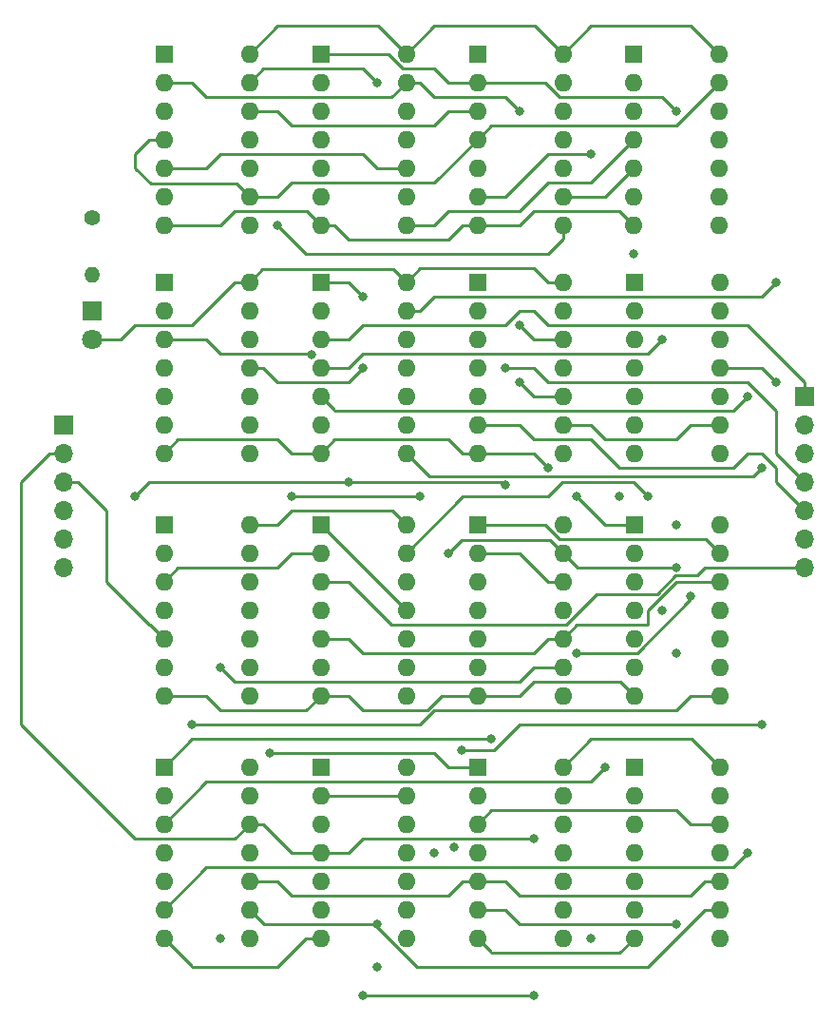
<source format=gbl>
%TF.GenerationSoftware,KiCad,Pcbnew,(6.0.9)*%
%TF.CreationDate,2025-05-26T15:32:56-04:00*%
%TF.ProjectId,Seven Segment Display,53657665-6e20-4536-9567-6d656e742044,1*%
%TF.SameCoordinates,Original*%
%TF.FileFunction,Copper,L4,Bot*%
%TF.FilePolarity,Positive*%
%FSLAX46Y46*%
G04 Gerber Fmt 4.6, Leading zero omitted, Abs format (unit mm)*
G04 Created by KiCad (PCBNEW (6.0.9)) date 2025-05-26 15:32:56*
%MOMM*%
%LPD*%
G01*
G04 APERTURE LIST*
%TA.AperFunction,ComponentPad*%
%ADD10R,1.600000X1.600000*%
%TD*%
%TA.AperFunction,ComponentPad*%
%ADD11O,1.600000X1.600000*%
%TD*%
%TA.AperFunction,ComponentPad*%
%ADD12C,1.400000*%
%TD*%
%TA.AperFunction,ComponentPad*%
%ADD13O,1.400000X1.400000*%
%TD*%
%TA.AperFunction,ComponentPad*%
%ADD14R,1.800000X1.800000*%
%TD*%
%TA.AperFunction,ComponentPad*%
%ADD15C,1.800000*%
%TD*%
%TA.AperFunction,ComponentPad*%
%ADD16R,1.700000X1.700000*%
%TD*%
%TA.AperFunction,ComponentPad*%
%ADD17O,1.700000X1.700000*%
%TD*%
%TA.AperFunction,ViaPad*%
%ADD18C,0.800000*%
%TD*%
%TA.AperFunction,Conductor*%
%ADD19C,0.250000*%
%TD*%
G04 APERTURE END LIST*
D10*
%TO.P,U19,1*%
%TO.N,Net-(U19-Pad1)*%
X76210000Y-88895000D03*
D11*
%TO.P,U19,2*%
%TO.N,Net-(U12-Pad3)*%
X76210000Y-91435000D03*
%TO.P,U19,3*%
%TO.N,G-segment*%
X76210000Y-93975000D03*
%TO.P,U19,4*%
%TO.N,B'*%
X76210000Y-96515000D03*
%TO.P,U19,5*%
%TO.N,D*%
X76210000Y-99055000D03*
%TO.P,U19,6*%
%TO.N,Net-(U11-Pad10)*%
X76210000Y-101595000D03*
%TO.P,U19,7,GND*%
%TO.N,GND*%
X76210000Y-104135000D03*
%TO.P,U19,8*%
%TO.N,Net-(U11-Pad12)*%
X83830000Y-104135000D03*
%TO.P,U19,9*%
%TO.N,B'*%
X83830000Y-101595000D03*
%TO.P,U19,10*%
%TO.N,D'*%
X83830000Y-99055000D03*
%TO.P,U19,11*%
%TO.N,Net-(U19-Pad1)*%
X83830000Y-96515000D03*
%TO.P,U19,12*%
%TO.N,Net-(U11-Pad8)*%
X83830000Y-93975000D03*
%TO.P,U19,13*%
%TO.N,Net-(U11-Pad11)*%
X83830000Y-91435000D03*
%TO.P,U19,14,VCC*%
%TO.N,+5V*%
X83830000Y-88895000D03*
%TD*%
D10*
%TO.P,U18,1*%
%TO.N,Net-(U18-Pad1)*%
X104150000Y-110485000D03*
D11*
%TO.P,U18,2*%
%TO.N,Net-(U10-Pad11)*%
X104150000Y-113025000D03*
%TO.P,U18,3*%
%TO.N,F-segment*%
X104150000Y-115565000D03*
%TO.P,U18,4*%
%TO.N,B'*%
X104150000Y-118105000D03*
%TO.P,U18,5*%
%TO.N,C*%
X104150000Y-120645000D03*
%TO.P,U18,6*%
%TO.N,Net-(U11-Pad2)*%
X104150000Y-123185000D03*
%TO.P,U18,7,GND*%
%TO.N,GND*%
X104150000Y-125725000D03*
%TO.P,U18,8*%
%TO.N,Net-(U10-Pad12)*%
X111770000Y-125725000D03*
%TO.P,U18,9*%
%TO.N,B*%
X111770000Y-123185000D03*
%TO.P,U18,10*%
%TO.N,C'*%
X111770000Y-120645000D03*
%TO.P,U18,11*%
%TO.N,Net-(U18-Pad1)*%
X111770000Y-118105000D03*
%TO.P,U18,12*%
%TO.N,Net-(U11-Pad3)*%
X111770000Y-115565000D03*
%TO.P,U18,13*%
%TO.N,Net-(U11-Pad6)*%
X111770000Y-113025000D03*
%TO.P,U18,14,VCC*%
%TO.N,+5V*%
X111770000Y-110485000D03*
%TD*%
D10*
%TO.P,U17,1*%
%TO.N,Net-(U17-Pad1)*%
X90180000Y-67305000D03*
D11*
%TO.P,U17,2*%
%TO.N,Net-(U16-Pad6)*%
X90180000Y-69845000D03*
%TO.P,U17,3*%
%TO.N,D-segment*%
X90180000Y-72385000D03*
%TO.P,U17,4*%
%TO.N,Net-(U17-Pad4)*%
X90180000Y-74925000D03*
%TO.P,U17,5*%
%TO.N,Net-(U10-Pad3)*%
X90180000Y-77465000D03*
%TO.P,U17,6*%
%TO.N,E-segment*%
X90180000Y-80005000D03*
%TO.P,U17,7,GND*%
%TO.N,GND*%
X90180000Y-82545000D03*
%TO.P,U17,8*%
%TO.N,Net-(U17-Pad8)*%
X97800000Y-82545000D03*
%TO.P,U17,9*%
%TO.N,B*%
X97800000Y-80005000D03*
%TO.P,U17,10*%
%TO.N,C*%
X97800000Y-77465000D03*
%TO.P,U17,11*%
%TO.N,Net-(U10-Pad1)*%
X97800000Y-74925000D03*
%TO.P,U17,12*%
%TO.N,C*%
X97800000Y-72385000D03*
%TO.P,U17,13*%
%TO.N,B'*%
X97800000Y-69845000D03*
%TO.P,U17,14,VCC*%
%TO.N,+5V*%
X97800000Y-67305000D03*
%TD*%
D10*
%TO.P,U16,1*%
%TO.N,Net-(U16-Pad1)*%
X104150000Y-88895000D03*
D11*
%TO.P,U16,2*%
%TO.N,Net-(U16-Pad2)*%
X104150000Y-91435000D03*
%TO.P,U16,3*%
%TO.N,Net-(U15-Pad4)*%
X104150000Y-93975000D03*
%TO.P,U16,4*%
%TO.N,Net-(U16-Pad4)*%
X104150000Y-96515000D03*
%TO.P,U16,5*%
%TO.N,Net-(U16-Pad5)*%
X104150000Y-99055000D03*
%TO.P,U16,6*%
%TO.N,Net-(U16-Pad6)*%
X104150000Y-101595000D03*
%TO.P,U16,7,GND*%
%TO.N,GND*%
X104150000Y-104135000D03*
%TO.P,U16,8*%
%TO.N,Net-(U16-Pad8)*%
X111770000Y-104135000D03*
%TO.P,U16,9*%
%TO.N,B'*%
X111770000Y-101595000D03*
%TO.P,U16,10*%
%TO.N,D'*%
X111770000Y-99055000D03*
%TO.P,U16,11*%
%TO.N,Net-(U16-Pad11)*%
X111770000Y-96515000D03*
%TO.P,U16,12*%
%TO.N,D*%
X111770000Y-93975000D03*
%TO.P,U16,13*%
%TO.N,A*%
X111770000Y-91435000D03*
%TO.P,U16,14,VCC*%
%TO.N,+5V*%
X111770000Y-88895000D03*
%TD*%
D10*
%TO.P,U15,1*%
%TO.N,C'*%
X104150000Y-67305000D03*
D11*
%TO.P,U15,2*%
%TO.N,D'*%
X104150000Y-69845000D03*
%TO.P,U15,3*%
%TO.N,Net-(U15-Pad3)*%
X104150000Y-72385000D03*
%TO.P,U15,4*%
%TO.N,Net-(U15-Pad4)*%
X104150000Y-74925000D03*
%TO.P,U15,5*%
%TO.N,Net-(U15-Pad5)*%
X104150000Y-77465000D03*
%TO.P,U15,6*%
%TO.N,C-segment*%
X104150000Y-80005000D03*
%TO.P,U15,7,GND*%
%TO.N,GND*%
X104150000Y-82545000D03*
%TO.P,U15,8*%
%TO.N,Net-(U15-Pad12)*%
X111770000Y-82545000D03*
%TO.P,U15,9*%
%TO.N,B*%
X111770000Y-80005000D03*
%TO.P,U15,10*%
%TO.N,C'*%
X111770000Y-77465000D03*
%TO.P,U15,11*%
%TO.N,Net-(U15-Pad11)*%
X111770000Y-74925000D03*
%TO.P,U15,12*%
%TO.N,Net-(U15-Pad12)*%
X111770000Y-72385000D03*
%TO.P,U15,13*%
%TO.N,D*%
X111770000Y-69845000D03*
%TO.P,U15,14,VCC*%
%TO.N,+5V*%
X111770000Y-67305000D03*
%TD*%
D10*
%TO.P,U14,1*%
%TO.N,Net-(U13-Pad11)*%
X76210000Y-67305000D03*
D11*
%TO.P,U14,2*%
%TO.N,Net-(U14-Pad2)*%
X76210000Y-69845000D03*
%TO.P,U14,3*%
%TO.N,A-segment*%
X76210000Y-72385000D03*
%TO.P,U14,4*%
%TO.N,Net-(U14-Pad4)*%
X76210000Y-74925000D03*
%TO.P,U14,5*%
%TO.N,Net-(U14-Pad5)*%
X76210000Y-77465000D03*
%TO.P,U14,6*%
%TO.N,Net-(U14-Pad12)*%
X76210000Y-80005000D03*
%TO.P,U14,7,GND*%
%TO.N,GND*%
X76210000Y-82545000D03*
%TO.P,U14,8*%
%TO.N,Net-(U14-Pad8)*%
X83830000Y-82545000D03*
%TO.P,U14,9*%
%TO.N,Net-(U14-Pad9)*%
X83830000Y-80005000D03*
%TO.P,U14,10*%
%TO.N,Net-(U14-Pad10)*%
X83830000Y-77465000D03*
%TO.P,U14,11*%
%TO.N,B-segment*%
X83830000Y-74925000D03*
%TO.P,U14,12*%
%TO.N,Net-(U14-Pad12)*%
X83830000Y-72385000D03*
%TO.P,U14,13*%
%TO.N,Net-(U14-Pad13)*%
X83830000Y-69845000D03*
%TO.P,U14,14,VCC*%
%TO.N,+5V*%
X83830000Y-67305000D03*
%TD*%
D10*
%TO.P,U13,1*%
%TO.N,Net-(U13-Pad1)*%
X62240000Y-67305000D03*
D11*
%TO.P,U13,2*%
%TO.N,D'*%
X62240000Y-69845000D03*
%TO.P,U13,3*%
%TO.N,Net-(U13-Pad3)*%
X62240000Y-72385000D03*
%TO.P,U13,4*%
%TO.N,Net-(U13-Pad4)*%
X62240000Y-74925000D03*
%TO.P,U13,5*%
%TO.N,C*%
X62240000Y-77465000D03*
%TO.P,U13,6*%
%TO.N,Net-(U13-Pad6)*%
X62240000Y-80005000D03*
%TO.P,U13,7,GND*%
%TO.N,GND*%
X62240000Y-82545000D03*
%TO.P,U13,8*%
%TO.N,Net-(U13-Pad12)*%
X69860000Y-82545000D03*
%TO.P,U13,9*%
%TO.N,Net-(U13-Pad9)*%
X69860000Y-80005000D03*
%TO.P,U13,10*%
%TO.N,Net-(U13-Pad10)*%
X69860000Y-77465000D03*
%TO.P,U13,11*%
%TO.N,Net-(U13-Pad11)*%
X69860000Y-74925000D03*
%TO.P,U13,12*%
%TO.N,Net-(U13-Pad12)*%
X69860000Y-72385000D03*
%TO.P,U13,13*%
%TO.N,Net-(U13-Pad13)*%
X69860000Y-69845000D03*
%TO.P,U13,14,VCC*%
%TO.N,+5V*%
X69860000Y-67305000D03*
%TD*%
D10*
%TO.P,U12,1*%
%TO.N,Net-(U12-Pad1)*%
X62240000Y-88895000D03*
D11*
%TO.P,U12,2*%
%TO.N,C'*%
X62240000Y-91435000D03*
%TO.P,U12,3*%
%TO.N,Net-(U12-Pad3)*%
X62240000Y-93975000D03*
%TO.P,U12,4*%
%TO.N,A'*%
X62240000Y-96515000D03*
%TO.P,U12,5*%
%TO.N,B*%
X62240000Y-99055000D03*
%TO.P,U12,6*%
%TO.N,Net-(U12-Pad1)*%
X62240000Y-101595000D03*
%TO.P,U12,7,GND*%
%TO.N,GND*%
X62240000Y-104135000D03*
%TO.P,U12,8*%
%TO.N,unconnected-(U12-Pad8)*%
X69860000Y-104135000D03*
%TO.P,U12,9*%
%TO.N,unconnected-(U12-Pad9)*%
X69860000Y-101595000D03*
%TO.P,U12,10*%
%TO.N,unconnected-(U12-Pad10)*%
X69860000Y-99055000D03*
%TO.P,U12,11*%
%TO.N,unconnected-(U12-Pad11)*%
X69860000Y-96515000D03*
%TO.P,U12,12*%
%TO.N,unconnected-(U12-Pad12)*%
X69860000Y-93975000D03*
%TO.P,U12,13*%
%TO.N,unconnected-(U12-Pad13)*%
X69860000Y-91435000D03*
%TO.P,U12,14,VCC*%
%TO.N,+5V*%
X69860000Y-88895000D03*
%TD*%
D10*
%TO.P,U11,1*%
%TO.N,Net-(U10-Pad6)*%
X90180000Y-110485000D03*
D11*
%TO.P,U11,2*%
%TO.N,Net-(U11-Pad2)*%
X90180000Y-113025000D03*
%TO.P,U11,3*%
%TO.N,Net-(U11-Pad3)*%
X90180000Y-115565000D03*
%TO.P,U11,4*%
%TO.N,Net-(U10-Pad8)*%
X90180000Y-118105000D03*
%TO.P,U11,5*%
%TO.N,C'*%
X90180000Y-120645000D03*
%TO.P,U11,6*%
%TO.N,Net-(U11-Pad6)*%
X90180000Y-123185000D03*
%TO.P,U11,7,GND*%
%TO.N,GND*%
X90180000Y-125725000D03*
%TO.P,U11,8*%
%TO.N,Net-(U11-Pad8)*%
X97800000Y-125725000D03*
%TO.P,U11,9*%
%TO.N,A*%
X97800000Y-123185000D03*
%TO.P,U11,10*%
%TO.N,Net-(U11-Pad10)*%
X97800000Y-120645000D03*
%TO.P,U11,11*%
%TO.N,Net-(U11-Pad11)*%
X97800000Y-118105000D03*
%TO.P,U11,12*%
%TO.N,Net-(U11-Pad12)*%
X97800000Y-115565000D03*
%TO.P,U11,13*%
%TO.N,C*%
X97800000Y-113025000D03*
%TO.P,U11,14,VCC*%
%TO.N,+5V*%
X97800000Y-110485000D03*
%TD*%
D10*
%TO.P,U10,1*%
%TO.N,Net-(U10-Pad1)*%
X76210000Y-110485000D03*
D11*
%TO.P,U10,2*%
%TO.N,D'*%
X76210000Y-113025000D03*
%TO.P,U10,3*%
%TO.N,Net-(U10-Pad3)*%
X76210000Y-115565000D03*
%TO.P,U10,4*%
%TO.N,A*%
X76210000Y-118105000D03*
%TO.P,U10,5*%
%TO.N,D*%
X76210000Y-120645000D03*
%TO.P,U10,6*%
%TO.N,Net-(U10-Pad6)*%
X76210000Y-123185000D03*
%TO.P,U10,7,GND*%
%TO.N,GND*%
X76210000Y-125725000D03*
%TO.P,U10,8*%
%TO.N,Net-(U10-Pad8)*%
X83830000Y-125725000D03*
%TO.P,U10,9*%
%TO.N,A'*%
X83830000Y-123185000D03*
%TO.P,U10,10*%
%TO.N,B*%
X83830000Y-120645000D03*
%TO.P,U10,11*%
%TO.N,Net-(U10-Pad11)*%
X83830000Y-118105000D03*
%TO.P,U10,12*%
%TO.N,Net-(U10-Pad12)*%
X83830000Y-115565000D03*
%TO.P,U10,13*%
%TO.N,D'*%
X83830000Y-113025000D03*
%TO.P,U10,14,VCC*%
%TO.N,+5V*%
X83830000Y-110485000D03*
%TD*%
D10*
%TO.P,U9,1*%
%TO.N,C*%
X62240000Y-110485000D03*
D11*
%TO.P,U9,2*%
%TO.N,Net-(U16-Pad8)*%
X62240000Y-113025000D03*
%TO.P,U9,3*%
%TO.N,Net-(U16-Pad5)*%
X62240000Y-115565000D03*
%TO.P,U9,4*%
%TO.N,Net-(U9-Pad4)*%
X62240000Y-118105000D03*
%TO.P,U9,5*%
%TO.N,Net-(U16-Pad11)*%
X62240000Y-120645000D03*
%TO.P,U9,6*%
%TO.N,Net-(U16-Pad4)*%
X62240000Y-123185000D03*
%TO.P,U9,7,GND*%
%TO.N,GND*%
X62240000Y-125725000D03*
%TO.P,U9,8*%
%TO.N,Net-(U9-Pad4)*%
X69860000Y-125725000D03*
%TO.P,U9,9*%
%TO.N,B*%
X69860000Y-123185000D03*
%TO.P,U9,10*%
%TO.N,C'*%
X69860000Y-120645000D03*
%TO.P,U9,11*%
%TO.N,Net-(U17-Pad4)*%
X69860000Y-118105000D03*
%TO.P,U9,12*%
%TO.N,A*%
X69860000Y-115565000D03*
%TO.P,U9,13*%
%TO.N,Net-(U17-Pad8)*%
X69860000Y-113025000D03*
%TO.P,U9,14,VCC*%
%TO.N,+5V*%
X69860000Y-110485000D03*
%TD*%
D10*
%TO.P,U8,1*%
%TO.N,A*%
X90180000Y-88895000D03*
D11*
%TO.P,U8,2*%
%TO.N,B'*%
X90180000Y-91435000D03*
%TO.P,U8,3*%
%TO.N,Net-(U16-Pad1)*%
X90180000Y-93975000D03*
%TO.P,U8,4*%
%TO.N,A'*%
X90180000Y-96515000D03*
%TO.P,U8,5*%
%TO.N,Net-(U15-Pad11)*%
X90180000Y-99055000D03*
%TO.P,U8,6*%
%TO.N,Net-(U16-Pad2)*%
X90180000Y-101595000D03*
%TO.P,U8,7,GND*%
%TO.N,GND*%
X90180000Y-104135000D03*
%TO.P,U8,8*%
%TO.N,Net-(U15-Pad5)*%
X97800000Y-104135000D03*
%TO.P,U8,9*%
%TO.N,C'*%
X97800000Y-101595000D03*
%TO.P,U8,10*%
%TO.N,D*%
X97800000Y-99055000D03*
%TO.P,U8,11*%
%TO.N,Net-(U17-Pad1)*%
X97800000Y-96515000D03*
%TO.P,U8,12*%
%TO.N,B'*%
X97800000Y-93975000D03*
%TO.P,U8,13*%
%TO.N,D'*%
X97800000Y-91435000D03*
%TO.P,U8,14,VCC*%
%TO.N,+5V*%
X97800000Y-88895000D03*
%TD*%
D10*
%TO.P,U7,1*%
%TO.N,C'*%
X104140000Y-46985000D03*
D11*
%TO.P,U7,2*%
%TO.N,D'*%
X104140000Y-49525000D03*
%TO.P,U7,3*%
%TO.N,Net-(U14-Pad10)*%
X104140000Y-52065000D03*
%TO.P,U7,4*%
%TO.N,Net-(U6-Pad8)*%
X104140000Y-54605000D03*
%TO.P,U7,5*%
%TO.N,D*%
X104140000Y-57145000D03*
%TO.P,U7,6*%
%TO.N,Net-(U14-Pad4)*%
X104140000Y-59685000D03*
%TO.P,U7,7,GND*%
%TO.N,GND*%
X104140000Y-62225000D03*
%TO.P,U7,8*%
%TO.N,Net-(U14-Pad5)*%
X111760000Y-62225000D03*
%TO.P,U7,9*%
%TO.N,A'*%
X111760000Y-59685000D03*
%TO.P,U7,10*%
%TO.N,Net-(U14-Pad8)*%
X111760000Y-57145000D03*
%TO.P,U7,11*%
%TO.N,Net-(U14-Pad13)*%
X111760000Y-54605000D03*
%TO.P,U7,12*%
%TO.N,Net-(U15-Pad3)*%
X111760000Y-52065000D03*
%TO.P,U7,13*%
%TO.N,B'*%
X111760000Y-49525000D03*
%TO.P,U7,14,VCC*%
%TO.N,+5V*%
X111760000Y-46985000D03*
%TD*%
D10*
%TO.P,U6,1*%
%TO.N,A'*%
X76210000Y-46985000D03*
D11*
%TO.P,U6,2*%
%TO.N,Net-(U13-Pad6)*%
X76210000Y-49525000D03*
%TO.P,U6,3*%
%TO.N,Net-(U13-Pad9)*%
X76210000Y-52065000D03*
%TO.P,U6,4*%
%TO.N,A*%
X76210000Y-54605000D03*
%TO.P,U6,5*%
%TO.N,Net-(U13-Pad3)*%
X76210000Y-57145000D03*
%TO.P,U6,6*%
%TO.N,Net-(U13-Pad10)*%
X76210000Y-59685000D03*
%TO.P,U6,7,GND*%
%TO.N,GND*%
X76210000Y-62225000D03*
%TO.P,U6,8*%
%TO.N,Net-(U6-Pad8)*%
X83830000Y-62225000D03*
%TO.P,U6,9*%
%TO.N,A*%
X83830000Y-59685000D03*
%TO.P,U6,10*%
%TO.N,C'*%
X83830000Y-57145000D03*
%TO.P,U6,11*%
%TO.N,Net-(U14-Pad9)*%
X83830000Y-54605000D03*
%TO.P,U6,12*%
%TO.N,C*%
X83830000Y-52065000D03*
%TO.P,U6,13*%
%TO.N,D*%
X83830000Y-49525000D03*
%TO.P,U6,14,VCC*%
%TO.N,+5V*%
X83830000Y-46985000D03*
%TD*%
D10*
%TO.P,U1,1*%
%TO.N,A*%
X90180000Y-46985000D03*
D11*
%TO.P,U1,2*%
%TO.N,A'*%
X90180000Y-49525000D03*
%TO.P,U1,3*%
%TO.N,B*%
X90180000Y-52065000D03*
%TO.P,U1,4*%
%TO.N,B'*%
X90180000Y-54605000D03*
%TO.P,U1,5*%
%TO.N,C*%
X90180000Y-57145000D03*
%TO.P,U1,6*%
%TO.N,C'*%
X90180000Y-59685000D03*
%TO.P,U1,7,GND*%
%TO.N,GND*%
X90180000Y-62225000D03*
%TO.P,U1,8*%
%TO.N,D'*%
X97800000Y-62225000D03*
%TO.P,U1,9*%
%TO.N,D*%
X97800000Y-59685000D03*
%TO.P,U1,10*%
%TO.N,N/C*%
X97800000Y-57145000D03*
%TO.P,U1,11*%
X97800000Y-54605000D03*
%TO.P,U1,12*%
X97800000Y-52065000D03*
%TO.P,U1,13*%
X97800000Y-49525000D03*
%TO.P,U1,14,VCC*%
%TO.N,+5V*%
X97800000Y-46985000D03*
%TD*%
D10*
%TO.P,U5,1*%
%TO.N,B*%
X62240000Y-46985000D03*
D11*
%TO.P,U5,2*%
%TO.N,D*%
X62240000Y-49525000D03*
%TO.P,U5,3*%
%TO.N,Net-(U13-Pad4)*%
X62240000Y-52065000D03*
%TO.P,U5,4*%
%TO.N,B'*%
X62240000Y-54605000D03*
%TO.P,U5,5*%
%TO.N,C'*%
X62240000Y-57145000D03*
%TO.P,U5,6*%
%TO.N,Net-(U13-Pad1)*%
X62240000Y-59685000D03*
%TO.P,U5,7,GND*%
%TO.N,GND*%
X62240000Y-62225000D03*
%TO.P,U5,8*%
%TO.N,Net-(U13-Pad13)*%
X69860000Y-62225000D03*
%TO.P,U5,9*%
%TO.N,B'*%
X69860000Y-59685000D03*
%TO.P,U5,10*%
%TO.N,D'*%
X69860000Y-57145000D03*
%TO.P,U5,11*%
%TO.N,Net-(U14-Pad2)*%
X69860000Y-54605000D03*
%TO.P,U5,12*%
%TO.N,B*%
X69860000Y-52065000D03*
%TO.P,U5,13*%
%TO.N,C*%
X69860000Y-49525000D03*
%TO.P,U5,14,VCC*%
%TO.N,+5V*%
X69860000Y-46985000D03*
%TD*%
D12*
%TO.P,R1,1*%
%TO.N,GND*%
X55810000Y-61620000D03*
D13*
%TO.P,R1,2*%
%TO.N,Net-(D1-Pad1)*%
X55810000Y-66700000D03*
%TD*%
D14*
%TO.P,D1,1,K*%
%TO.N,Net-(D1-Pad1)*%
X55880000Y-69850000D03*
D15*
%TO.P,D1,2,A*%
%TO.N,+5V*%
X55880000Y-72390000D03*
%TD*%
D16*
%TO.P,J1,1,Pin_1*%
%TO.N,+5V*%
X53340000Y-80010000D03*
D17*
%TO.P,J1,2,Pin_2*%
%TO.N,A*%
X53340000Y-82550000D03*
%TO.P,J1,3,Pin_3*%
%TO.N,B*%
X53340000Y-85090000D03*
%TO.P,J1,4,Pin_4*%
%TO.N,C*%
X53340000Y-87630000D03*
%TO.P,J1,5,Pin_5*%
%TO.N,D*%
X53340000Y-90170000D03*
%TO.P,J1,6,Pin_6*%
%TO.N,GND*%
X53340000Y-92710000D03*
%TD*%
%TO.P,J2,7,Pin_7*%
%TO.N,G-segment*%
X119380000Y-92705000D03*
%TO.P,J2,6,Pin_6*%
%TO.N,F-segment*%
X119380000Y-90165000D03*
%TO.P,J2,5,Pin_5*%
%TO.N,E-segment*%
X119380000Y-87625000D03*
%TO.P,J2,4,Pin_4*%
%TO.N,D-segment*%
X119380000Y-85085000D03*
%TO.P,J2,3,Pin_3*%
%TO.N,C-segment*%
X119380000Y-82545000D03*
%TO.P,J2,2,Pin_2*%
%TO.N,B-segment*%
X119380000Y-80005000D03*
D16*
%TO.P,J2,1,Pin_1*%
%TO.N,A-segment*%
X119380000Y-77465000D03*
%TD*%
D18*
%TO.N,Net-(U15-Pad4)*%
X107950000Y-100330000D03*
X107950000Y-88900000D03*
%TO.N,+5V*%
X102870000Y-86360000D03*
X100330000Y-125730000D03*
%TO.N,A'*%
X88080000Y-117660000D03*
%TO.N,+5V*%
X67310000Y-125730000D03*
%TO.N,GND*%
X96520000Y-83820000D03*
%TO.N,D-segment*%
X92710000Y-74930000D03*
%TO.N,B-segment*%
X104140000Y-64770000D03*
%TO.N,Net-(U10-Pad6)*%
X71665500Y-109220000D03*
%TO.N,Net-(U16-Pad5)*%
X101600000Y-110490000D03*
%TO.N,Net-(U16-Pad4)*%
X114300000Y-118110000D03*
%TO.N,Net-(U11-Pad11)*%
X105410000Y-86360000D03*
%TO.N,Net-(U11-Pad8)*%
X81280000Y-128270000D03*
%TO.N,Net-(U11-Pad10)*%
X80010000Y-130810000D03*
X95250000Y-130810000D03*
%TO.N,Net-(U11-Pad12)*%
X86360000Y-118110000D03*
%TO.N,Net-(U16-Pad1)*%
X99060000Y-86360000D03*
%TO.N,Net-(U16-Pad2)*%
X109220000Y-95250000D03*
X99060000Y-100330000D03*
%TO.N,Net-(U11-Pad6)*%
X107950000Y-124460000D03*
%TO.N,Net-(U16-Pad8)*%
X64770000Y-106680000D03*
%TO.N,Net-(U15-Pad11)*%
X116840000Y-76200000D03*
X115570000Y-106680000D03*
X88804500Y-108957343D03*
%TO.N,Net-(U15-Pad5)*%
X106680000Y-96520000D03*
%TO.N,Net-(U17-Pad4)*%
X85090000Y-86360000D03*
X73660000Y-86360000D03*
%TO.N,Net-(U13-Pad11)*%
X80010000Y-68580000D03*
X80010000Y-74930000D03*
%TO.N,A*%
X95250000Y-116840000D03*
%TO.N,B*%
X81280000Y-124460000D03*
%TO.N,C*%
X81280000Y-49530000D03*
X93980000Y-71120000D03*
X93980000Y-76200000D03*
X91440000Y-107950000D03*
%TO.N,D*%
X93980000Y-52070000D03*
%TO.N,A'*%
X59690000Y-86360000D03*
X107950000Y-52070000D03*
X78740000Y-85090000D03*
X92710000Y-85364500D03*
%TO.N,C'*%
X100330000Y-55880000D03*
X67310000Y-101600000D03*
%TO.N,D'*%
X72390000Y-62230000D03*
X107950000Y-92710000D03*
X87630000Y-91440000D03*
%TO.N,Net-(U13-Pad3)*%
X75386995Y-73793067D03*
%TO.N,Net-(U14-Pad4)*%
X106680000Y-72390000D03*
%TO.N,Net-(U14-Pad5)*%
X114300000Y-77470000D03*
%TO.N,Net-(U14-Pad8)*%
X115570000Y-83820000D03*
%TO.N,Net-(U14-Pad13)*%
X116840000Y-67310000D03*
%TD*%
D19*
%TO.N,A*%
X68585000Y-116840000D02*
X69860000Y-115565000D01*
X59690000Y-116840000D02*
X68585000Y-116840000D01*
X49530000Y-85090000D02*
X49530000Y-106680000D01*
X52070000Y-82550000D02*
X49530000Y-85090000D01*
X49530000Y-106680000D02*
X59690000Y-116840000D01*
X53340000Y-82550000D02*
X52070000Y-82550000D01*
%TO.N,B*%
X57150000Y-87630000D02*
X54610000Y-85090000D01*
X60960000Y-97790000D02*
X57150000Y-93980000D01*
X57150000Y-93980000D02*
X57150000Y-87630000D01*
X60975000Y-97790000D02*
X60960000Y-97790000D01*
X62240000Y-99055000D02*
X60975000Y-97790000D01*
X54610000Y-85090000D02*
X53340000Y-85090000D01*
%TO.N,G-segment*%
X110495000Y-92705000D02*
X119380000Y-92705000D01*
X107858604Y-93435000D02*
X109765000Y-93435000D01*
X98115991Y-97790000D02*
X100805991Y-95100000D01*
X106193604Y-95100000D02*
X107858604Y-93435000D01*
X82550000Y-97790000D02*
X98115991Y-97790000D01*
X78735000Y-93975000D02*
X82550000Y-97790000D01*
X100805991Y-95100000D02*
X106193604Y-95100000D01*
X76210000Y-93975000D02*
X78735000Y-93975000D01*
X109765000Y-93435000D02*
X110495000Y-92705000D01*
%TO.N,D-segment*%
X95250000Y-74930000D02*
X92710000Y-74930000D01*
X114305000Y-76200000D02*
X96520000Y-76200000D01*
X96520000Y-76200000D02*
X95250000Y-74930000D01*
X116840000Y-82545000D02*
X116840000Y-78735000D01*
X119380000Y-85085000D02*
X116840000Y-82545000D01*
X116840000Y-78735000D02*
X114305000Y-76200000D01*
%TO.N,E-segment*%
X115570000Y-82550000D02*
X114300000Y-82550000D01*
X116840000Y-83820000D02*
X115570000Y-82550000D01*
X116840000Y-85085000D02*
X116840000Y-83820000D01*
X116840000Y-85085000D02*
X119380000Y-87625000D01*
X113030000Y-83820000D02*
X114300000Y-82550000D01*
X95250000Y-81280000D02*
X100330000Y-81280000D01*
X100330000Y-81280000D02*
X102870000Y-83820000D01*
X102870000Y-83820000D02*
X113030000Y-83820000D01*
X93975000Y-80005000D02*
X95250000Y-81280000D01*
X90180000Y-80005000D02*
X93975000Y-80005000D01*
%TO.N,A-segment*%
X119380000Y-76200000D02*
X119380000Y-77465000D01*
X95250000Y-69850000D02*
X96520000Y-71120000D01*
X114300000Y-71120000D02*
X119380000Y-76200000D01*
X78745000Y-72385000D02*
X80010000Y-71120000D01*
X80010000Y-71120000D02*
X92710000Y-71120000D01*
X76210000Y-72385000D02*
X78745000Y-72385000D01*
X92710000Y-71120000D02*
X93980000Y-69850000D01*
X93980000Y-69850000D02*
X95250000Y-69850000D01*
X96520000Y-71120000D02*
X114300000Y-71120000D01*
%TO.N,+5V*%
X64770000Y-71120000D02*
X68585000Y-67305000D01*
X59690000Y-71120000D02*
X64770000Y-71120000D01*
X58420000Y-72390000D02*
X59690000Y-71120000D01*
X68585000Y-67305000D02*
X69860000Y-67305000D01*
X55880000Y-72390000D02*
X58420000Y-72390000D01*
X109235000Y-107950000D02*
X111770000Y-110485000D01*
X100330000Y-107955000D02*
X100330000Y-107950000D01*
X97800000Y-110485000D02*
X100330000Y-107955000D01*
X100330000Y-107950000D02*
X109235000Y-107950000D01*
X82565000Y-87630000D02*
X83830000Y-88895000D01*
X73660000Y-87630000D02*
X82565000Y-87630000D01*
X72395000Y-88895000D02*
X73660000Y-87630000D01*
X69860000Y-88895000D02*
X72395000Y-88895000D01*
X70985000Y-66180000D02*
X69860000Y-67305000D01*
X82705000Y-66180000D02*
X70985000Y-66180000D01*
X83830000Y-67305000D02*
X82705000Y-66180000D01*
X85095000Y-66040000D02*
X83830000Y-67305000D01*
X95250000Y-66040000D02*
X85095000Y-66040000D01*
X96515000Y-67305000D02*
X95250000Y-66040000D01*
X97800000Y-67305000D02*
X96515000Y-67305000D01*
X100330000Y-44450000D02*
X109225000Y-44450000D01*
X100330000Y-44455000D02*
X100330000Y-44450000D01*
X97800000Y-46985000D02*
X100330000Y-44455000D01*
X109225000Y-44450000D02*
X111760000Y-46985000D01*
X95265000Y-44450000D02*
X97800000Y-46985000D01*
X86360000Y-44450000D02*
X95265000Y-44450000D01*
X86360000Y-44455000D02*
X86360000Y-44450000D01*
X83830000Y-46985000D02*
X86360000Y-44455000D01*
X81295000Y-44450000D02*
X83830000Y-46985000D01*
X72390000Y-44455000D02*
X72390000Y-44450000D01*
X72390000Y-44450000D02*
X81295000Y-44450000D01*
X69860000Y-46985000D02*
X72390000Y-44455000D01*
%TO.N,GND*%
X64770000Y-128255000D02*
X62240000Y-125725000D01*
X72390000Y-128270000D02*
X64770000Y-128270000D01*
X74935000Y-125725000D02*
X72390000Y-128270000D01*
X76210000Y-125725000D02*
X74935000Y-125725000D01*
X64770000Y-128270000D02*
X64770000Y-128255000D01*
X91440000Y-126985000D02*
X90180000Y-125725000D01*
X91440000Y-127000000D02*
X91440000Y-126985000D01*
X102875000Y-127000000D02*
X91440000Y-127000000D01*
X104150000Y-125725000D02*
X102875000Y-127000000D01*
X102885000Y-102870000D02*
X104150000Y-104135000D01*
X95250000Y-102870000D02*
X102885000Y-102870000D01*
X93985000Y-104135000D02*
X95250000Y-102870000D01*
X90180000Y-104135000D02*
X93985000Y-104135000D01*
X85723604Y-105410000D02*
X86998604Y-104135000D01*
X80010000Y-105410000D02*
X85723604Y-105410000D01*
X78735000Y-104135000D02*
X80010000Y-105410000D01*
X76210000Y-104135000D02*
X78735000Y-104135000D01*
X86998604Y-104135000D02*
X90180000Y-104135000D01*
X74935000Y-105410000D02*
X76210000Y-104135000D01*
X67310000Y-105410000D02*
X74935000Y-105410000D01*
X66035000Y-104135000D02*
X67310000Y-105410000D01*
X62240000Y-104135000D02*
X66035000Y-104135000D01*
X63505000Y-81280000D02*
X62240000Y-82545000D01*
X72390000Y-81280000D02*
X63505000Y-81280000D01*
X73655000Y-82545000D02*
X72390000Y-81280000D01*
X76210000Y-82545000D02*
X73655000Y-82545000D01*
X77475000Y-81280000D02*
X76210000Y-82545000D01*
X87630000Y-81280000D02*
X77475000Y-81280000D01*
X88895000Y-82545000D02*
X87630000Y-81280000D01*
X90180000Y-82545000D02*
X88895000Y-82545000D01*
X95245000Y-82545000D02*
X90180000Y-82545000D01*
X96520000Y-83820000D02*
X95245000Y-82545000D01*
X102875000Y-60960000D02*
X104140000Y-62225000D01*
X93980000Y-62230000D02*
X95250000Y-60960000D01*
X93975000Y-62225000D02*
X93980000Y-62230000D01*
X90180000Y-62225000D02*
X93975000Y-62225000D01*
X95250000Y-60960000D02*
X102875000Y-60960000D01*
X88905000Y-62225000D02*
X90180000Y-62225000D01*
X87630000Y-63500000D02*
X88905000Y-62225000D01*
X78740000Y-63500000D02*
X87630000Y-63500000D01*
X77465000Y-62225000D02*
X78740000Y-63500000D01*
X76210000Y-62225000D02*
X77465000Y-62225000D01*
X74945000Y-60960000D02*
X76210000Y-62225000D01*
X68580000Y-60960000D02*
X74945000Y-60960000D01*
X67315000Y-62225000D02*
X68580000Y-60960000D01*
X62240000Y-62225000D02*
X67315000Y-62225000D01*
%TO.N,D*%
X99065000Y-97790000D02*
X97800000Y-99055000D01*
X105410000Y-97790000D02*
X99065000Y-97790000D01*
X107955000Y-93975000D02*
X105410000Y-96520000D01*
X105410000Y-96520000D02*
X105410000Y-97790000D01*
X111770000Y-93975000D02*
X107955000Y-93975000D01*
%TO.N,Net-(U13-Pad3)*%
X66035000Y-72385000D02*
X62240000Y-72385000D01*
X67310000Y-73660000D02*
X66035000Y-72385000D01*
X75386995Y-73793067D02*
X75253928Y-73660000D01*
X75253928Y-73660000D02*
X67310000Y-73660000D01*
%TO.N,Net-(U10-Pad6)*%
X87625000Y-110485000D02*
X90180000Y-110485000D01*
X86360000Y-109220000D02*
X87625000Y-110485000D01*
X71665500Y-109220000D02*
X86360000Y-109220000D01*
%TO.N,Net-(U12-Pad3)*%
X72390000Y-92710000D02*
X63505000Y-92710000D01*
X63505000Y-92710000D02*
X62240000Y-93975000D01*
X73665000Y-91435000D02*
X72390000Y-92710000D01*
X76210000Y-91435000D02*
X73665000Y-91435000D01*
%TO.N,Net-(U16-Pad5)*%
X100330000Y-111760000D02*
X66045000Y-111760000D01*
X66045000Y-111760000D02*
X62240000Y-115565000D01*
X101600000Y-110490000D02*
X100330000Y-111760000D01*
%TO.N,Net-(U16-Pad4)*%
X66045000Y-119380000D02*
X62240000Y-123185000D01*
X113030000Y-119380000D02*
X66045000Y-119380000D01*
X114300000Y-118110000D02*
X113030000Y-119380000D01*
%TO.N,Net-(U11-Pad11)*%
X88900000Y-86360000D02*
X88900000Y-86365000D01*
X88900000Y-86365000D02*
X83830000Y-91435000D01*
X97790000Y-85090000D02*
X96520000Y-86360000D01*
X96520000Y-86360000D02*
X88900000Y-86360000D01*
X104140000Y-85090000D02*
X97790000Y-85090000D01*
X105410000Y-86360000D02*
X104140000Y-85090000D01*
%TO.N,A'*%
X92435500Y-85090000D02*
X78740000Y-85090000D01*
X92710000Y-85364500D02*
X92435500Y-85090000D01*
%TO.N,Net-(U11-Pad10)*%
X95250000Y-130810000D02*
X80010000Y-130810000D01*
%TO.N,Net-(U19-Pad1)*%
X83830000Y-96515000D02*
X76210000Y-88895000D01*
%TO.N,Net-(U16-Pad1)*%
X99060000Y-86360000D02*
X101595000Y-88895000D01*
X101595000Y-88895000D02*
X104150000Y-88895000D01*
%TO.N,Net-(U16-Pad2)*%
X109220000Y-95575991D02*
X109220000Y-95250000D01*
X104465991Y-100330000D02*
X109220000Y-95575991D01*
X99060000Y-100330000D02*
X104465991Y-100330000D01*
%TO.N,Net-(U11-Pad3)*%
X91445000Y-114300000D02*
X90180000Y-115565000D01*
X107950000Y-114300000D02*
X91445000Y-114300000D01*
X109215000Y-115565000D02*
X107950000Y-114300000D01*
X111770000Y-115565000D02*
X109215000Y-115565000D01*
%TO.N,Net-(U11-Pad6)*%
X92705000Y-123185000D02*
X93980000Y-124460000D01*
X93980000Y-124460000D02*
X107950000Y-124460000D01*
X90180000Y-123185000D02*
X92705000Y-123185000D01*
%TO.N,B*%
X84784009Y-128270000D02*
X81280000Y-124765991D01*
X110495000Y-123185000D02*
X105410000Y-128270000D01*
X105410000Y-128270000D02*
X84784009Y-128270000D01*
X81280000Y-124765991D02*
X81280000Y-124460000D01*
X111770000Y-123185000D02*
X110495000Y-123185000D01*
%TO.N,Net-(U16-Pad8)*%
X109225000Y-104135000D02*
X111770000Y-104135000D01*
X86360000Y-105410000D02*
X107950000Y-105410000D01*
X85090000Y-106680000D02*
X86360000Y-105410000D01*
X64770000Y-106680000D02*
X85090000Y-106680000D01*
X107950000Y-105410000D02*
X109225000Y-104135000D01*
%TO.N,Net-(U15-Pad11)*%
X91702657Y-108957343D02*
X93980000Y-106680000D01*
X93980000Y-106680000D02*
X115570000Y-106680000D01*
X88804500Y-108957343D02*
X91702657Y-108957343D01*
%TO.N,C*%
X64775000Y-107950000D02*
X62240000Y-110485000D01*
X91440000Y-107950000D02*
X64775000Y-107950000D01*
%TO.N,Net-(U15-Pad11)*%
X115565000Y-74925000D02*
X111770000Y-74925000D01*
X116840000Y-76200000D02*
X115565000Y-74925000D01*
%TO.N,Net-(U17-Pad4)*%
X73660000Y-86360000D02*
X85090000Y-86360000D01*
%TO.N,Net-(U13-Pad11)*%
X78735000Y-67305000D02*
X76210000Y-67305000D01*
X80010000Y-68580000D02*
X78735000Y-67305000D01*
X72390000Y-76200000D02*
X78740000Y-76200000D01*
X71115000Y-74925000D02*
X72390000Y-76200000D01*
X78740000Y-76200000D02*
X80010000Y-74930000D01*
X69860000Y-74925000D02*
X71115000Y-74925000D01*
%TO.N,A*%
X69860000Y-115565000D02*
X71115000Y-115565000D01*
X76210000Y-118105000D02*
X78745000Y-118105000D01*
X110505000Y-90170000D02*
X111770000Y-91435000D01*
X90180000Y-88895000D02*
X96209009Y-88895000D01*
X71115000Y-115565000D02*
X73660000Y-118110000D01*
X97484009Y-90170000D02*
X110505000Y-90170000D01*
X73660000Y-118110000D02*
X73665000Y-118105000D01*
X96209009Y-88895000D02*
X97484009Y-90170000D01*
X73665000Y-118105000D02*
X76210000Y-118105000D01*
X80010000Y-116840000D02*
X95250000Y-116840000D01*
X78745000Y-118105000D02*
X80010000Y-116840000D01*
%TO.N,B*%
X86360000Y-53340000D02*
X87635000Y-52065000D01*
X72385000Y-52065000D02*
X73660000Y-53340000D01*
X109225000Y-80005000D02*
X111770000Y-80005000D01*
X81280000Y-124460000D02*
X71135000Y-124460000D01*
X100325000Y-80005000D02*
X101600000Y-81280000D01*
X97800000Y-80005000D02*
X100325000Y-80005000D01*
X73660000Y-53340000D02*
X86360000Y-53340000D01*
X69860000Y-52065000D02*
X72385000Y-52065000D01*
X107950000Y-81280000D02*
X109225000Y-80005000D01*
X101600000Y-81280000D02*
X107950000Y-81280000D01*
X87635000Y-52065000D02*
X90180000Y-52065000D01*
X71135000Y-124460000D02*
X69860000Y-123185000D01*
%TO.N,C*%
X95245000Y-72385000D02*
X97800000Y-72385000D01*
X69860000Y-49525000D02*
X71125000Y-48260000D01*
X71125000Y-48260000D02*
X80010000Y-48260000D01*
X95245000Y-77465000D02*
X97800000Y-77465000D01*
X93980000Y-76200000D02*
X95245000Y-77465000D01*
X93980000Y-71120000D02*
X95245000Y-72385000D01*
X80010000Y-48260000D02*
X81280000Y-49530000D01*
%TO.N,D*%
X62240000Y-49525000D02*
X64765000Y-49525000D01*
X97800000Y-59685000D02*
X101600000Y-59685000D01*
X86360000Y-50800000D02*
X92710000Y-50800000D01*
X96525000Y-99055000D02*
X95250000Y-100330000D01*
X80010000Y-100330000D02*
X78735000Y-99055000D01*
X83830000Y-49525000D02*
X85085000Y-49525000D01*
X92710000Y-50800000D02*
X93980000Y-52070000D01*
X95250000Y-100330000D02*
X80010000Y-100330000D01*
X85085000Y-49525000D02*
X86360000Y-50800000D01*
X101600000Y-59685000D02*
X104140000Y-57145000D01*
X64765000Y-49525000D02*
X66040000Y-50800000D01*
X82555000Y-50800000D02*
X83830000Y-49525000D01*
X66040000Y-50800000D02*
X82555000Y-50800000D01*
X78735000Y-99055000D02*
X76210000Y-99055000D01*
X97800000Y-99055000D02*
X96525000Y-99055000D01*
%TO.N,A'*%
X82239009Y-46985000D02*
X83514009Y-48260000D01*
X76210000Y-46985000D02*
X82239009Y-46985000D01*
X90180000Y-49525000D02*
X96209009Y-49525000D01*
X106680000Y-50800000D02*
X107950000Y-52070000D01*
X60960000Y-85090000D02*
X59690000Y-86360000D01*
X97484009Y-50800000D02*
X106680000Y-50800000D01*
X78740000Y-85090000D02*
X60960000Y-85090000D01*
X83514009Y-48260000D02*
X86360000Y-48260000D01*
X86360000Y-48260000D02*
X87625000Y-49525000D01*
X87625000Y-49525000D02*
X90180000Y-49525000D01*
X96209009Y-49525000D02*
X97484009Y-50800000D01*
%TO.N,B'*%
X72395000Y-59685000D02*
X73660000Y-58420000D01*
X68735000Y-58560000D02*
X69860000Y-59685000D01*
X107950000Y-53340000D02*
X107950000Y-53335000D01*
X107950000Y-53335000D02*
X111760000Y-49525000D01*
X93975000Y-91435000D02*
X90180000Y-91435000D01*
X86365000Y-58420000D02*
X90180000Y-54605000D01*
X91445000Y-53340000D02*
X107950000Y-53340000D01*
X90180000Y-54605000D02*
X91445000Y-53340000D01*
X69860000Y-59685000D02*
X72395000Y-59685000D01*
X62240000Y-54605000D02*
X60965000Y-54605000D01*
X59690000Y-55880000D02*
X59690000Y-57150000D01*
X73660000Y-58420000D02*
X86365000Y-58420000D01*
X59690000Y-57150000D02*
X61100000Y-58560000D01*
X96515000Y-93975000D02*
X93975000Y-91435000D01*
X60965000Y-54605000D02*
X59690000Y-55880000D01*
X97800000Y-93975000D02*
X96515000Y-93975000D01*
X61100000Y-58560000D02*
X68735000Y-58560000D01*
%TO.N,C'*%
X93980000Y-102870000D02*
X95255000Y-101595000D01*
X88905000Y-120645000D02*
X90180000Y-120645000D01*
X95255000Y-101595000D02*
X97800000Y-101595000D01*
X87630000Y-121920000D02*
X88905000Y-120645000D01*
X90180000Y-120645000D02*
X92705000Y-120645000D01*
X66040000Y-57150000D02*
X67310000Y-55880000D01*
X72385000Y-120645000D02*
X73660000Y-121920000D01*
X66035000Y-57145000D02*
X66040000Y-57150000D01*
X92705000Y-120645000D02*
X93980000Y-121920000D01*
X109220000Y-121920000D02*
X110495000Y-120645000D01*
X110495000Y-120645000D02*
X111770000Y-120645000D01*
X80010000Y-55880000D02*
X81275000Y-57145000D01*
X73660000Y-121920000D02*
X87630000Y-121920000D01*
X90180000Y-59685000D02*
X92715000Y-59685000D01*
X96520000Y-55880000D02*
X100330000Y-55880000D01*
X69860000Y-120645000D02*
X72385000Y-120645000D01*
X67310000Y-55880000D02*
X80010000Y-55880000D01*
X81275000Y-57145000D02*
X83830000Y-57145000D01*
X67310000Y-101600000D02*
X68580000Y-102870000D01*
X68580000Y-102870000D02*
X93980000Y-102870000D01*
X92715000Y-59685000D02*
X96520000Y-55880000D01*
X62240000Y-57145000D02*
X66035000Y-57145000D01*
X93980000Y-121920000D02*
X109220000Y-121920000D01*
%TO.N,D'*%
X74930000Y-64770000D02*
X72390000Y-62230000D01*
X99075000Y-92710000D02*
X107950000Y-92710000D01*
X97800000Y-62225000D02*
X97800000Y-63490000D01*
X88760000Y-90310000D02*
X87630000Y-91440000D01*
X96675000Y-90310000D02*
X88760000Y-90310000D01*
X97800000Y-91435000D02*
X96675000Y-90310000D01*
X97800000Y-91435000D02*
X99075000Y-92710000D01*
X83830000Y-113025000D02*
X76210000Y-113025000D01*
X96520000Y-64770000D02*
X74930000Y-64770000D01*
X97800000Y-63490000D02*
X96520000Y-64770000D01*
%TO.N,Net-(U6-Pad8)*%
X100330000Y-58415000D02*
X104140000Y-54605000D01*
X83830000Y-62225000D02*
X86365000Y-62225000D01*
X93980000Y-60960000D02*
X96520000Y-58420000D01*
X87630000Y-60960000D02*
X93980000Y-60960000D01*
X86365000Y-62225000D02*
X87630000Y-60960000D01*
X96520000Y-58420000D02*
X100330000Y-58420000D01*
X100330000Y-58420000D02*
X100330000Y-58415000D01*
%TO.N,Net-(U14-Pad4)*%
X80010000Y-73660000D02*
X105410000Y-73660000D01*
X76210000Y-74925000D02*
X78745000Y-74925000D01*
X78745000Y-74925000D02*
X80010000Y-73660000D01*
X105410000Y-73660000D02*
X106680000Y-72390000D01*
%TO.N,Net-(U14-Pad5)*%
X77470000Y-78725000D02*
X76210000Y-77465000D01*
X113030000Y-78740000D02*
X77470000Y-78740000D01*
X114300000Y-77470000D02*
X113030000Y-78740000D01*
X77470000Y-78740000D02*
X77470000Y-78725000D01*
%TO.N,Net-(U14-Pad8)*%
X114750000Y-84640000D02*
X115570000Y-83820000D01*
X83830000Y-82545000D02*
X85925000Y-84640000D01*
X86360000Y-84640000D02*
X114750000Y-84640000D01*
X85925000Y-84640000D02*
X86360000Y-84640000D01*
%TO.N,Net-(U14-Pad13)*%
X86360000Y-68580000D02*
X85095000Y-69845000D01*
X116840000Y-67310000D02*
X115570000Y-68580000D01*
X85095000Y-69845000D02*
X83830000Y-69845000D01*
X115570000Y-68580000D02*
X86360000Y-68580000D01*
%TD*%
M02*

</source>
